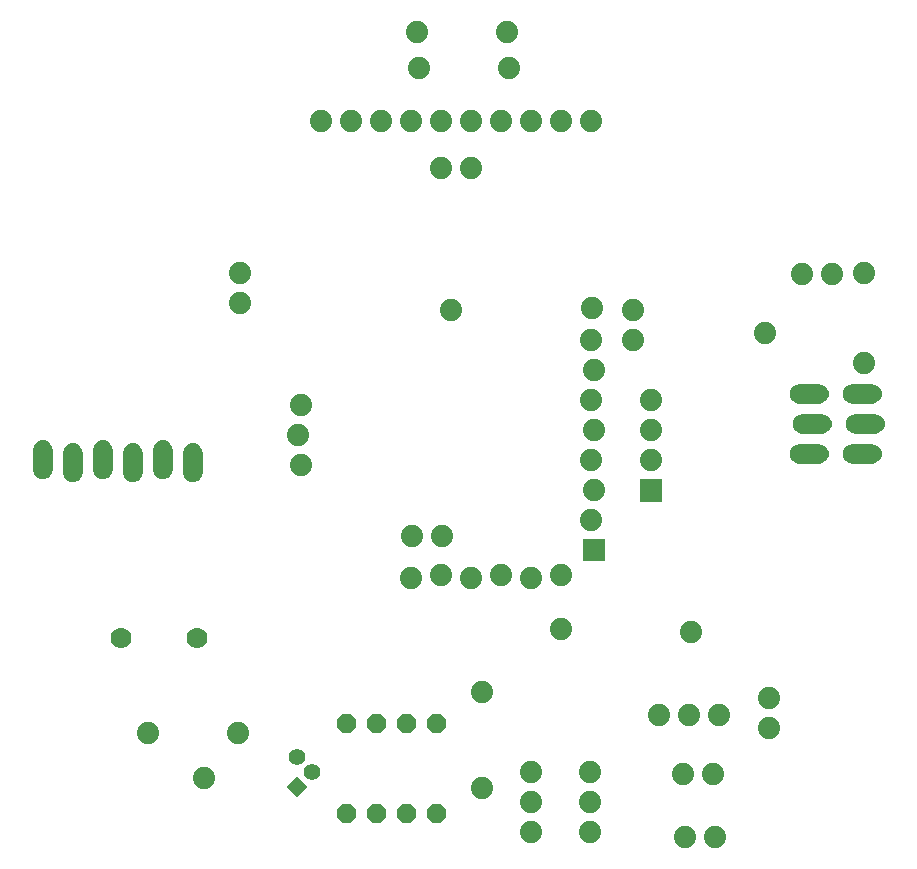
<source format=gbr>
G04 DipTrace 2.4.0.2*
%INBottom.gbr*%
%MOMM*%
%ADD15C,1.4*%
%ADD18C,1.88*%
%ADD19C,1.778*%
%FSLAX53Y53*%
G04*
G71*
G90*
G75*
G01*
%LNBottom*%
%LPD*%
D15*
X26530Y12889D3*
X27800Y11619D3*
G36*
X27430Y10349D2*
X26530Y9449D1*
X25630Y10349D1*
X26530Y11249D1*
X27430Y10349D1*
G37*
G36*
X37512Y7776D2*
X37980Y7309D1*
X38641D1*
X39108Y7776D1*
Y8437D1*
X38641Y8905D1*
X37980D1*
X37512Y8437D1*
Y7776D1*
G37*
G36*
X34972D2*
X35440Y7309D1*
X36101D1*
X36568Y7776D1*
Y8437D1*
X36101Y8905D1*
X35440D1*
X34972Y8437D1*
Y7776D1*
G37*
G36*
X32432D2*
X32899Y7309D1*
X33560D1*
X34028Y7776D1*
Y8437D1*
X33560Y8905D1*
X32899D1*
X32432Y8437D1*
Y7776D1*
G37*
G36*
X29892D2*
X30359Y7309D1*
X31020D1*
X31488Y7776D1*
Y8437D1*
X31020Y8905D1*
X30359D1*
X29892Y8437D1*
Y7776D1*
G37*
G36*
Y15396D2*
X30359Y14929D1*
X31020D1*
X31488Y15396D1*
Y16057D1*
X31020Y16525D1*
X30359D1*
X29892Y16057D1*
Y15396D1*
G37*
G36*
X32432D2*
X32899Y14929D1*
X33560D1*
X34028Y15396D1*
Y16057D1*
X33560Y16525D1*
X32899D1*
X32432Y16057D1*
Y15396D1*
G37*
G36*
X34972D2*
X35440Y14929D1*
X36101D1*
X36568Y15396D1*
Y16057D1*
X36101Y16525D1*
X35440D1*
X34972Y16057D1*
Y15396D1*
G37*
G36*
X37512D2*
X37980Y14929D1*
X38641D1*
X39108Y15396D1*
Y16057D1*
X38641Y16525D1*
X37980D1*
X37512Y16057D1*
Y15396D1*
G37*
D18*
X26815Y37627D3*
X26561Y40167D3*
X26815Y42707D3*
X13857Y14917D3*
X21477D3*
X59230Y11417D3*
X61770D3*
G36*
X50708Y29461D2*
X52588D1*
Y31341D1*
X50708D1*
Y29461D1*
G37*
D18*
X51394Y32941D3*
X51648Y35481D3*
X51394Y38021D3*
X51648Y40561D3*
X51394Y43101D3*
X51648Y45641D3*
X51394Y48181D3*
X61937Y6083D3*
X59397D3*
X66500Y15313D3*
Y17853D3*
X57127Y16417D3*
X59667D3*
X62207D3*
X46333Y6543D3*
Y9083D3*
Y11623D3*
X51333Y6543D3*
Y9083D3*
Y11623D3*
G36*
X73546Y37715D2*
X73262Y37765D1*
X73013Y37909D1*
X72828Y38129D1*
X72730Y38399D1*
X72729Y38686D1*
X72828Y38957D1*
X73012Y39177D1*
X73261Y39321D1*
X73544Y39371D1*
X75200D1*
X75484Y39322D1*
X75733Y39178D1*
X75918Y38958D1*
X76016Y38688D1*
X76017Y38400D1*
X75918Y38130D1*
X75734Y37909D1*
X75485Y37765D1*
X75202Y37715D1*
X73546D1*
G37*
G36*
X73800Y40255D2*
X73516Y40305D1*
X73267Y40449D1*
X73082Y40669D1*
X72984Y40939D1*
X72983Y41226D1*
X73082Y41497D1*
X73266Y41717D1*
X73515Y41861D1*
X73798Y41911D1*
X75454D1*
X75738Y41862D1*
X75987Y41718D1*
X76172Y41498D1*
X76270Y41228D1*
X76271Y40940D1*
X76172Y40670D1*
X75988Y40449D1*
X75739Y40305D1*
X75456Y40255D1*
X73800D1*
G37*
G36*
X73546Y42795D2*
X73262Y42845D1*
X73013Y42989D1*
X72828Y43209D1*
X72730Y43479D1*
X72729Y43766D1*
X72828Y44037D1*
X73012Y44257D1*
X73261Y44401D1*
X73544Y44451D1*
X75200D1*
X75484Y44402D1*
X75733Y44258D1*
X75918Y44038D1*
X76016Y43768D1*
X76017Y43480D1*
X75918Y43210D1*
X75734Y42989D1*
X75485Y42845D1*
X75202Y42795D1*
X73546D1*
G37*
G36*
X69046Y37715D2*
X68762Y37765D1*
X68513Y37909D1*
X68328Y38129D1*
X68230Y38399D1*
X68229Y38686D1*
X68328Y38957D1*
X68512Y39177D1*
X68761Y39321D1*
X69044Y39371D1*
X70700D1*
X70984Y39322D1*
X71233Y39178D1*
X71418Y38958D1*
X71516Y38688D1*
X71517Y38400D1*
X71418Y38130D1*
X71234Y37909D1*
X70985Y37765D1*
X70702Y37715D1*
X69046D1*
G37*
G36*
X69300Y40255D2*
X69016Y40305D1*
X68767Y40449D1*
X68582Y40669D1*
X68484Y40939D1*
X68483Y41226D1*
X68582Y41497D1*
X68766Y41717D1*
X69015Y41861D1*
X69298Y41911D1*
X70954D1*
X71238Y41862D1*
X71487Y41718D1*
X71672Y41498D1*
X71770Y41228D1*
X71771Y40940D1*
X71672Y40670D1*
X71488Y40449D1*
X71239Y40305D1*
X70956Y40255D1*
X69300D1*
G37*
G36*
X69046Y42795D2*
X68762Y42845D1*
X68513Y42989D1*
X68328Y43209D1*
X68230Y43479D1*
X68229Y43766D1*
X68328Y44037D1*
X68512Y44257D1*
X68761Y44401D1*
X69044Y44451D1*
X70700D1*
X70984Y44402D1*
X71233Y44258D1*
X71418Y44038D1*
X71516Y43768D1*
X71517Y43480D1*
X71418Y43210D1*
X71234Y42989D1*
X70985Y42845D1*
X70702Y42795D1*
X69046D1*
G37*
D18*
X51513Y50867D3*
X39542Y50687D3*
X48892Y28315D3*
X46352Y28061D3*
X43812Y28315D3*
X41272Y28061D3*
X38732Y28315D3*
X36192Y28061D3*
X71770Y53750D3*
X69230D3*
X74500Y46273D3*
Y53893D3*
G36*
X4155Y38871D2*
X4205Y39154D1*
X4349Y39403D1*
X4569Y39588D1*
X4839Y39687D1*
X5126D1*
X5397Y39589D1*
X5617Y39405D1*
X5761Y39156D1*
X5811Y38872D1*
Y37216D1*
X5762Y36933D1*
X5618Y36684D1*
X5398Y36499D1*
X5128Y36400D1*
X4840D1*
X4570Y36498D1*
X4349Y36683D1*
X4205Y36932D1*
X4155Y37215D1*
Y38871D1*
G37*
G36*
X6695Y38617D2*
X6745Y38900D1*
X6889Y39149D1*
X7109Y39334D1*
X7379Y39433D1*
X7666D1*
X7937Y39335D1*
X8157Y39151D1*
X8301Y38902D1*
X8351Y38618D1*
Y36962D1*
X8302Y36679D1*
X8158Y36430D1*
X7938Y36245D1*
X7668Y36146D1*
X7380D1*
X7110Y36244D1*
X6889Y36429D1*
X6745Y36678D1*
X6695Y36961D1*
Y38617D1*
G37*
G36*
X9235Y38871D2*
X9285Y39154D1*
X9429Y39403D1*
X9649Y39588D1*
X9919Y39687D1*
X10206D1*
X10477Y39589D1*
X10697Y39405D1*
X10841Y39156D1*
X10891Y38872D1*
Y37216D1*
X10842Y36933D1*
X10698Y36684D1*
X10478Y36499D1*
X10208Y36400D1*
X9920D1*
X9650Y36498D1*
X9429Y36683D1*
X9285Y36932D1*
X9235Y37215D1*
Y38871D1*
G37*
G36*
X11775Y38617D2*
X11825Y38900D1*
X11969Y39149D1*
X12189Y39334D1*
X12459Y39433D1*
X12746D1*
X13017Y39335D1*
X13237Y39151D1*
X13381Y38902D1*
X13431Y38618D1*
Y36962D1*
X13382Y36679D1*
X13238Y36430D1*
X13018Y36245D1*
X12748Y36146D1*
X12460D1*
X12190Y36244D1*
X11969Y36429D1*
X11825Y36678D1*
X11775Y36961D1*
Y38617D1*
G37*
G36*
X14315Y38871D2*
X14365Y39154D1*
X14509Y39403D1*
X14729Y39588D1*
X14999Y39687D1*
X15286D1*
X15557Y39589D1*
X15777Y39405D1*
X15921Y39156D1*
X15971Y38872D1*
Y37216D1*
X15922Y36933D1*
X15778Y36684D1*
X15558Y36499D1*
X15288Y36400D1*
X15000D1*
X14730Y36498D1*
X14509Y36683D1*
X14365Y36932D1*
X14315Y37215D1*
Y38871D1*
G37*
G36*
X16855Y38617D2*
X16905Y38900D1*
X17049Y39149D1*
X17269Y39334D1*
X17539Y39433D1*
X17826D1*
X18097Y39335D1*
X18317Y39151D1*
X18461Y38902D1*
X18511Y38618D1*
Y36962D1*
X18462Y36679D1*
X18318Y36430D1*
X18098Y36245D1*
X17828Y36146D1*
X17540D1*
X17270Y36244D1*
X17049Y36429D1*
X16905Y36678D1*
X16855Y36961D1*
Y38617D1*
G37*
D18*
X44310Y74250D3*
X36690D3*
X44477Y71250D3*
X36857D3*
D19*
X11583Y22917D3*
X18083D3*
D18*
X28570Y66750D3*
X31110D3*
X33650D3*
X36190D3*
X38730D3*
X41270D3*
X43810D3*
X46350D3*
X48890D3*
X51430D3*
X21667Y51313D3*
Y53853D3*
X36230Y31583D3*
X38770D3*
X38730Y62750D3*
X41270D3*
X59833Y23417D3*
X48833Y23750D3*
G36*
X57440Y34500D2*
X55560D1*
Y36380D1*
X57440D1*
Y34500D1*
G37*
D18*
X56500Y37980D3*
Y40520D3*
Y43060D3*
X42167Y18417D3*
Y10250D3*
X18667Y11083D3*
X55000Y48147D3*
Y50687D3*
X66167Y48750D3*
M02*

</source>
